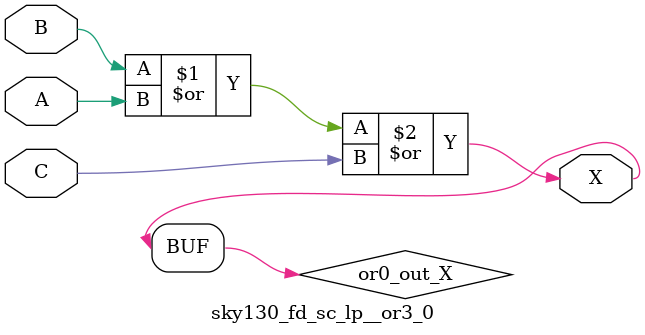
<source format=v>
/*
 * Copyright 2020 The SkyWater PDK Authors
 *
 * Licensed under the Apache License, Version 2.0 (the "License");
 * you may not use this file except in compliance with the License.
 * You may obtain a copy of the License at
 *
 *     https://www.apache.org/licenses/LICENSE-2.0
 *
 * Unless required by applicable law or agreed to in writing, software
 * distributed under the License is distributed on an "AS IS" BASIS,
 * WITHOUT WARRANTIES OR CONDITIONS OF ANY KIND, either express or implied.
 * See the License for the specific language governing permissions and
 * limitations under the License.
 *
 * SPDX-License-Identifier: Apache-2.0
*/


`ifndef SKY130_FD_SC_LP__OR3_0_FUNCTIONAL_V
`define SKY130_FD_SC_LP__OR3_0_FUNCTIONAL_V

/**
 * or3: 3-input OR.
 *
 * Verilog simulation functional model.
 */

`timescale 1ns / 1ps
`default_nettype none

`celldefine
module sky130_fd_sc_lp__or3_0 (
    X,
    A,
    B,
    C
);

    // Module ports
    output X;
    input  A;
    input  B;
    input  C;

    // Local signals
    wire or0_out_X;

    //  Name  Output     Other arguments
    or  or0  (or0_out_X, B, A, C        );
    buf buf0 (X        , or0_out_X      );

endmodule
`endcelldefine

`default_nettype wire
`endif  // SKY130_FD_SC_LP__OR3_0_FUNCTIONAL_V

</source>
